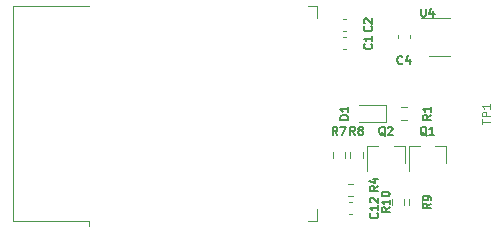
<source format=gto>
G04 #@! TF.GenerationSoftware,KiCad,Pcbnew,(5.1.10)-1*
G04 #@! TF.CreationDate,2021-12-13T15:30:27+09:00*
G04 #@! TF.ProjectId,cat_tracker,6361745f-7472-4616-936b-65722e6b6963,rev?*
G04 #@! TF.SameCoordinates,Original*
G04 #@! TF.FileFunction,Legend,Top*
G04 #@! TF.FilePolarity,Positive*
%FSLAX46Y46*%
G04 Gerber Fmt 4.6, Leading zero omitted, Abs format (unit mm)*
G04 Created by KiCad (PCBNEW (5.1.10)-1) date 2021-12-13 15:30:27*
%MOMM*%
%LPD*%
G01*
G04 APERTURE LIST*
%ADD10C,0.120000*%
%ADD11C,0.150000*%
%ADD12C,0.100000*%
G04 APERTURE END LIST*
D10*
X57522500Y-46762742D02*
X57522500Y-47237258D01*
X56477500Y-46762742D02*
X56477500Y-47237258D01*
X57977500Y-47237258D02*
X57977500Y-46762742D01*
X59022500Y-47237258D02*
X59022500Y-46762742D01*
X52977500Y-43237258D02*
X52977500Y-42762742D01*
X54022500Y-43237258D02*
X54022500Y-42762742D01*
X51477500Y-43237258D02*
X51477500Y-42762742D01*
X52522500Y-43237258D02*
X52522500Y-42762742D01*
X52762742Y-45477500D02*
X53237258Y-45477500D01*
X52762742Y-46522500D02*
X53237258Y-46522500D01*
X57262742Y-38977500D02*
X57737258Y-38977500D01*
X57262742Y-40022500D02*
X57737258Y-40022500D01*
X57580000Y-42240000D02*
X56650000Y-42240000D01*
X54420000Y-42240000D02*
X55350000Y-42240000D01*
X54420000Y-42240000D02*
X54420000Y-44400000D01*
X57580000Y-42240000D02*
X57580000Y-43700000D01*
X61080000Y-42240000D02*
X60150000Y-42240000D01*
X57920000Y-42240000D02*
X58850000Y-42240000D01*
X57920000Y-42240000D02*
X57920000Y-44400000D01*
X61080000Y-42240000D02*
X61080000Y-43700000D01*
X53700000Y-40235000D02*
X55985000Y-40235000D01*
X55985000Y-40235000D02*
X55985000Y-38765000D01*
X55985000Y-38765000D02*
X53700000Y-38765000D01*
X53140580Y-48010000D02*
X52859420Y-48010000D01*
X53140580Y-46990000D02*
X52859420Y-46990000D01*
X58010000Y-32859420D02*
X58010000Y-33140580D01*
X56990000Y-32859420D02*
X56990000Y-33140580D01*
X52640580Y-32510000D02*
X52359420Y-32510000D01*
X52640580Y-31490000D02*
X52359420Y-31490000D01*
X52640580Y-34010000D02*
X52359420Y-34010000D01*
X52640580Y-32990000D02*
X52359420Y-32990000D01*
X49350000Y-48620000D02*
X50130000Y-48620000D01*
X50130000Y-48620000D02*
X50130000Y-47620000D01*
X49350000Y-30380000D02*
X50130000Y-30380000D01*
X50130000Y-30380000D02*
X50130000Y-31380000D01*
X24385000Y-48620000D02*
X24385000Y-30380000D01*
X24385000Y-30380000D02*
X30805000Y-30380000D01*
X24385000Y-48620000D02*
X30805000Y-48620000D01*
X30805000Y-48620000D02*
X30805000Y-49000000D01*
X59600000Y-34610000D02*
X61400000Y-34610000D01*
X61400000Y-31390000D02*
X58950000Y-31390000D01*
D11*
X56316666Y-47450000D02*
X55983333Y-47683333D01*
X56316666Y-47850000D02*
X55616666Y-47850000D01*
X55616666Y-47583333D01*
X55650000Y-47516666D01*
X55683333Y-47483333D01*
X55750000Y-47450000D01*
X55850000Y-47450000D01*
X55916666Y-47483333D01*
X55950000Y-47516666D01*
X55983333Y-47583333D01*
X55983333Y-47850000D01*
X56316666Y-46783333D02*
X56316666Y-47183333D01*
X56316666Y-46983333D02*
X55616666Y-46983333D01*
X55716666Y-47050000D01*
X55783333Y-47116666D01*
X55816666Y-47183333D01*
X55616666Y-46350000D02*
X55616666Y-46283333D01*
X55650000Y-46216666D01*
X55683333Y-46183333D01*
X55750000Y-46150000D01*
X55883333Y-46116666D01*
X56050000Y-46116666D01*
X56183333Y-46150000D01*
X56250000Y-46183333D01*
X56283333Y-46216666D01*
X56316666Y-46283333D01*
X56316666Y-46350000D01*
X56283333Y-46416666D01*
X56250000Y-46450000D01*
X56183333Y-46483333D01*
X56050000Y-46516666D01*
X55883333Y-46516666D01*
X55750000Y-46483333D01*
X55683333Y-46450000D01*
X55650000Y-46416666D01*
X55616666Y-46350000D01*
X59816666Y-47116666D02*
X59483333Y-47350000D01*
X59816666Y-47516666D02*
X59116666Y-47516666D01*
X59116666Y-47250000D01*
X59150000Y-47183333D01*
X59183333Y-47150000D01*
X59250000Y-47116666D01*
X59350000Y-47116666D01*
X59416666Y-47150000D01*
X59450000Y-47183333D01*
X59483333Y-47250000D01*
X59483333Y-47516666D01*
X59816666Y-46783333D02*
X59816666Y-46650000D01*
X59783333Y-46583333D01*
X59750000Y-46550000D01*
X59650000Y-46483333D01*
X59516666Y-46450000D01*
X59250000Y-46450000D01*
X59183333Y-46483333D01*
X59150000Y-46516666D01*
X59116666Y-46583333D01*
X59116666Y-46716666D01*
X59150000Y-46783333D01*
X59183333Y-46816666D01*
X59250000Y-46850000D01*
X59416666Y-46850000D01*
X59483333Y-46816666D01*
X59516666Y-46783333D01*
X59550000Y-46716666D01*
X59550000Y-46583333D01*
X59516666Y-46516666D01*
X59483333Y-46483333D01*
X59416666Y-46450000D01*
X53383333Y-41316666D02*
X53150000Y-40983333D01*
X52983333Y-41316666D02*
X52983333Y-40616666D01*
X53250000Y-40616666D01*
X53316666Y-40650000D01*
X53350000Y-40683333D01*
X53383333Y-40750000D01*
X53383333Y-40850000D01*
X53350000Y-40916666D01*
X53316666Y-40950000D01*
X53250000Y-40983333D01*
X52983333Y-40983333D01*
X53783333Y-40916666D02*
X53716666Y-40883333D01*
X53683333Y-40850000D01*
X53650000Y-40783333D01*
X53650000Y-40750000D01*
X53683333Y-40683333D01*
X53716666Y-40650000D01*
X53783333Y-40616666D01*
X53916666Y-40616666D01*
X53983333Y-40650000D01*
X54016666Y-40683333D01*
X54050000Y-40750000D01*
X54050000Y-40783333D01*
X54016666Y-40850000D01*
X53983333Y-40883333D01*
X53916666Y-40916666D01*
X53783333Y-40916666D01*
X53716666Y-40950000D01*
X53683333Y-40983333D01*
X53650000Y-41050000D01*
X53650000Y-41183333D01*
X53683333Y-41250000D01*
X53716666Y-41283333D01*
X53783333Y-41316666D01*
X53916666Y-41316666D01*
X53983333Y-41283333D01*
X54016666Y-41250000D01*
X54050000Y-41183333D01*
X54050000Y-41050000D01*
X54016666Y-40983333D01*
X53983333Y-40950000D01*
X53916666Y-40916666D01*
X51883333Y-41316666D02*
X51650000Y-40983333D01*
X51483333Y-41316666D02*
X51483333Y-40616666D01*
X51750000Y-40616666D01*
X51816666Y-40650000D01*
X51850000Y-40683333D01*
X51883333Y-40750000D01*
X51883333Y-40850000D01*
X51850000Y-40916666D01*
X51816666Y-40950000D01*
X51750000Y-40983333D01*
X51483333Y-40983333D01*
X52116666Y-40616666D02*
X52583333Y-40616666D01*
X52283333Y-41316666D01*
X55316666Y-45616666D02*
X54983333Y-45850000D01*
X55316666Y-46016666D02*
X54616666Y-46016666D01*
X54616666Y-45750000D01*
X54650000Y-45683333D01*
X54683333Y-45650000D01*
X54750000Y-45616666D01*
X54850000Y-45616666D01*
X54916666Y-45650000D01*
X54950000Y-45683333D01*
X54983333Y-45750000D01*
X54983333Y-46016666D01*
X54850000Y-45016666D02*
X55316666Y-45016666D01*
X54583333Y-45183333D02*
X55083333Y-45350000D01*
X55083333Y-44916666D01*
X59816666Y-39616666D02*
X59483333Y-39850000D01*
X59816666Y-40016666D02*
X59116666Y-40016666D01*
X59116666Y-39750000D01*
X59150000Y-39683333D01*
X59183333Y-39650000D01*
X59250000Y-39616666D01*
X59350000Y-39616666D01*
X59416666Y-39650000D01*
X59450000Y-39683333D01*
X59483333Y-39750000D01*
X59483333Y-40016666D01*
X59816666Y-38950000D02*
X59816666Y-39350000D01*
X59816666Y-39150000D02*
X59116666Y-39150000D01*
X59216666Y-39216666D01*
X59283333Y-39283333D01*
X59316666Y-39350000D01*
X55933333Y-41383333D02*
X55866666Y-41350000D01*
X55800000Y-41283333D01*
X55700000Y-41183333D01*
X55633333Y-41150000D01*
X55566666Y-41150000D01*
X55600000Y-41316666D02*
X55533333Y-41283333D01*
X55466666Y-41216666D01*
X55433333Y-41083333D01*
X55433333Y-40850000D01*
X55466666Y-40716666D01*
X55533333Y-40650000D01*
X55600000Y-40616666D01*
X55733333Y-40616666D01*
X55800000Y-40650000D01*
X55866666Y-40716666D01*
X55900000Y-40850000D01*
X55900000Y-41083333D01*
X55866666Y-41216666D01*
X55800000Y-41283333D01*
X55733333Y-41316666D01*
X55600000Y-41316666D01*
X56166666Y-40683333D02*
X56200000Y-40650000D01*
X56266666Y-40616666D01*
X56433333Y-40616666D01*
X56500000Y-40650000D01*
X56533333Y-40683333D01*
X56566666Y-40750000D01*
X56566666Y-40816666D01*
X56533333Y-40916666D01*
X56133333Y-41316666D01*
X56566666Y-41316666D01*
X59433333Y-41383333D02*
X59366666Y-41350000D01*
X59300000Y-41283333D01*
X59200000Y-41183333D01*
X59133333Y-41150000D01*
X59066666Y-41150000D01*
X59100000Y-41316666D02*
X59033333Y-41283333D01*
X58966666Y-41216666D01*
X58933333Y-41083333D01*
X58933333Y-40850000D01*
X58966666Y-40716666D01*
X59033333Y-40650000D01*
X59100000Y-40616666D01*
X59233333Y-40616666D01*
X59300000Y-40650000D01*
X59366666Y-40716666D01*
X59400000Y-40850000D01*
X59400000Y-41083333D01*
X59366666Y-41216666D01*
X59300000Y-41283333D01*
X59233333Y-41316666D01*
X59100000Y-41316666D01*
X60066666Y-41316666D02*
X59666666Y-41316666D01*
X59866666Y-41316666D02*
X59866666Y-40616666D01*
X59800000Y-40716666D01*
X59733333Y-40783333D01*
X59666666Y-40816666D01*
X52816666Y-40016666D02*
X52116666Y-40016666D01*
X52116666Y-39850000D01*
X52150000Y-39750000D01*
X52216666Y-39683333D01*
X52283333Y-39650000D01*
X52416666Y-39616666D01*
X52516666Y-39616666D01*
X52650000Y-39650000D01*
X52716666Y-39683333D01*
X52783333Y-39750000D01*
X52816666Y-39850000D01*
X52816666Y-40016666D01*
X52816666Y-38950000D02*
X52816666Y-39350000D01*
X52816666Y-39150000D02*
X52116666Y-39150000D01*
X52216666Y-39216666D01*
X52283333Y-39283333D01*
X52316666Y-39350000D01*
X55250000Y-47950000D02*
X55283333Y-47983333D01*
X55316666Y-48083333D01*
X55316666Y-48150000D01*
X55283333Y-48250000D01*
X55216666Y-48316666D01*
X55150000Y-48350000D01*
X55016666Y-48383333D01*
X54916666Y-48383333D01*
X54783333Y-48350000D01*
X54716666Y-48316666D01*
X54650000Y-48250000D01*
X54616666Y-48150000D01*
X54616666Y-48083333D01*
X54650000Y-47983333D01*
X54683333Y-47950000D01*
X55316666Y-47283333D02*
X55316666Y-47683333D01*
X55316666Y-47483333D02*
X54616666Y-47483333D01*
X54716666Y-47550000D01*
X54783333Y-47616666D01*
X54816666Y-47683333D01*
X54683333Y-47016666D02*
X54650000Y-46983333D01*
X54616666Y-46916666D01*
X54616666Y-46750000D01*
X54650000Y-46683333D01*
X54683333Y-46650000D01*
X54750000Y-46616666D01*
X54816666Y-46616666D01*
X54916666Y-46650000D01*
X55316666Y-47050000D01*
X55316666Y-46616666D01*
X57383333Y-35250000D02*
X57350000Y-35283333D01*
X57250000Y-35316666D01*
X57183333Y-35316666D01*
X57083333Y-35283333D01*
X57016666Y-35216666D01*
X56983333Y-35150000D01*
X56950000Y-35016666D01*
X56950000Y-34916666D01*
X56983333Y-34783333D01*
X57016666Y-34716666D01*
X57083333Y-34650000D01*
X57183333Y-34616666D01*
X57250000Y-34616666D01*
X57350000Y-34650000D01*
X57383333Y-34683333D01*
X57983333Y-34850000D02*
X57983333Y-35316666D01*
X57816666Y-34583333D02*
X57650000Y-35083333D01*
X58083333Y-35083333D01*
X54750000Y-32116666D02*
X54783333Y-32150000D01*
X54816666Y-32250000D01*
X54816666Y-32316666D01*
X54783333Y-32416666D01*
X54716666Y-32483333D01*
X54650000Y-32516666D01*
X54516666Y-32550000D01*
X54416666Y-32550000D01*
X54283333Y-32516666D01*
X54216666Y-32483333D01*
X54150000Y-32416666D01*
X54116666Y-32316666D01*
X54116666Y-32250000D01*
X54150000Y-32150000D01*
X54183333Y-32116666D01*
X54183333Y-31850000D02*
X54150000Y-31816666D01*
X54116666Y-31750000D01*
X54116666Y-31583333D01*
X54150000Y-31516666D01*
X54183333Y-31483333D01*
X54250000Y-31450000D01*
X54316666Y-31450000D01*
X54416666Y-31483333D01*
X54816666Y-31883333D01*
X54816666Y-31450000D01*
X54750000Y-33616666D02*
X54783333Y-33650000D01*
X54816666Y-33750000D01*
X54816666Y-33816666D01*
X54783333Y-33916666D01*
X54716666Y-33983333D01*
X54650000Y-34016666D01*
X54516666Y-34050000D01*
X54416666Y-34050000D01*
X54283333Y-34016666D01*
X54216666Y-33983333D01*
X54150000Y-33916666D01*
X54116666Y-33816666D01*
X54116666Y-33750000D01*
X54150000Y-33650000D01*
X54183333Y-33616666D01*
X54816666Y-32950000D02*
X54816666Y-33350000D01*
X54816666Y-33150000D02*
X54116666Y-33150000D01*
X54216666Y-33216666D01*
X54283333Y-33283333D01*
X54316666Y-33350000D01*
X58966666Y-30616666D02*
X58966666Y-31183333D01*
X59000000Y-31250000D01*
X59033333Y-31283333D01*
X59100000Y-31316666D01*
X59233333Y-31316666D01*
X59300000Y-31283333D01*
X59333333Y-31250000D01*
X59366666Y-31183333D01*
X59366666Y-30616666D01*
X60000000Y-30850000D02*
X60000000Y-31316666D01*
X59833333Y-30583333D02*
X59666666Y-31083333D01*
X60100000Y-31083333D01*
D12*
X64116666Y-40383333D02*
X64116666Y-39983333D01*
X64816666Y-40183333D02*
X64116666Y-40183333D01*
X64816666Y-39750000D02*
X64116666Y-39750000D01*
X64116666Y-39483333D01*
X64150000Y-39416666D01*
X64183333Y-39383333D01*
X64250000Y-39350000D01*
X64350000Y-39350000D01*
X64416666Y-39383333D01*
X64450000Y-39416666D01*
X64483333Y-39483333D01*
X64483333Y-39750000D01*
X64816666Y-38683333D02*
X64816666Y-39083333D01*
X64816666Y-38883333D02*
X64116666Y-38883333D01*
X64216666Y-38950000D01*
X64283333Y-39016666D01*
X64316666Y-39083333D01*
M02*

</source>
